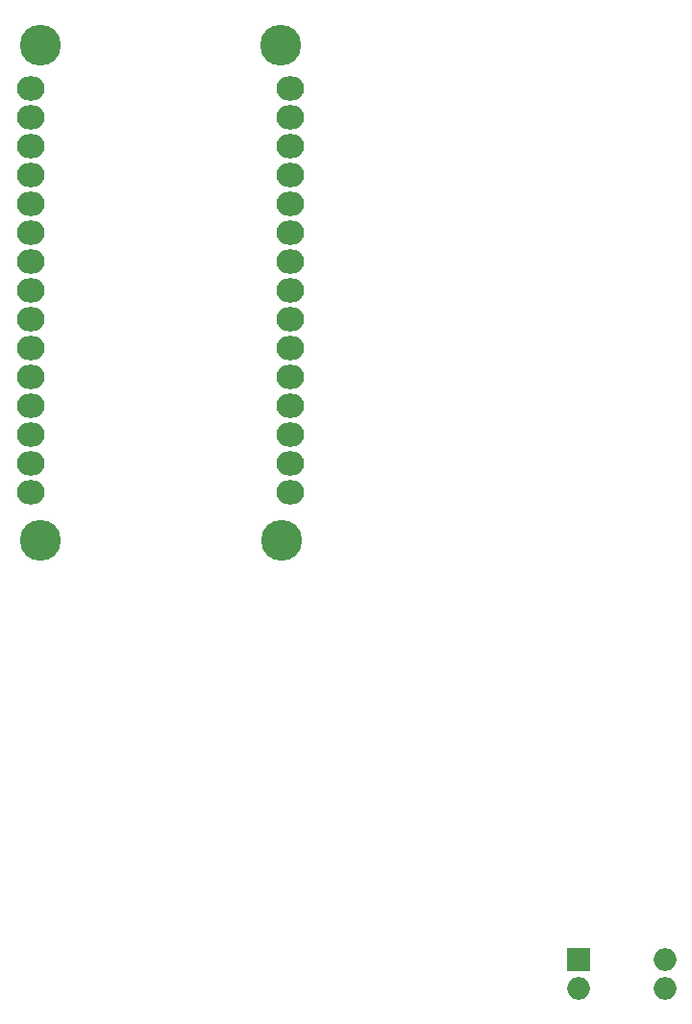
<source format=gbs>
G04 #@! TF.FileFunction,Soldermask,Bot*
%FSLAX46Y46*%
G04 Gerber Fmt 4.6, Leading zero omitted, Abs format (unit mm)*
G04 Created by KiCad (PCBNEW 4.0.7) date 07/02/18 07:29:01*
%MOMM*%
%LPD*%
G01*
G04 APERTURE LIST*
%ADD10C,0.100000*%
%ADD11O,2.432000X2.127200*%
%ADD12C,3.600000*%
%ADD13R,2.000000X2.000000*%
%ADD14O,2.000000X2.000000*%
G04 APERTURE END LIST*
D10*
D11*
X118364000Y-84328000D03*
X118364000Y-81788000D03*
X118364000Y-79248000D03*
X118364000Y-76708000D03*
X118364000Y-74168000D03*
X118364000Y-71628000D03*
X118364000Y-69088000D03*
X118364000Y-66548000D03*
X118364000Y-64008000D03*
X118364000Y-61468000D03*
X118364000Y-58928000D03*
X118364000Y-56388000D03*
X118364000Y-53848000D03*
X118364000Y-51308000D03*
X118364000Y-48768000D03*
X95504000Y-84328000D03*
X95504000Y-53848000D03*
X95504000Y-51308000D03*
X95504000Y-56388000D03*
X95504000Y-71628000D03*
X95504000Y-74168000D03*
X95504000Y-69088000D03*
X95504000Y-48768000D03*
X95504000Y-64008000D03*
X95504000Y-66548000D03*
X95504000Y-61468000D03*
X95504000Y-58928000D03*
X95504000Y-79248000D03*
X95504000Y-76708000D03*
X95504000Y-81788000D03*
D12*
X117564000Y-44948000D03*
X96364000Y-44948000D03*
X96364000Y-88578000D03*
X117614000Y-88578000D03*
D13*
X143764000Y-125476000D03*
D14*
X151384000Y-128016000D03*
X143764000Y-128016000D03*
X151384000Y-125476000D03*
M02*

</source>
